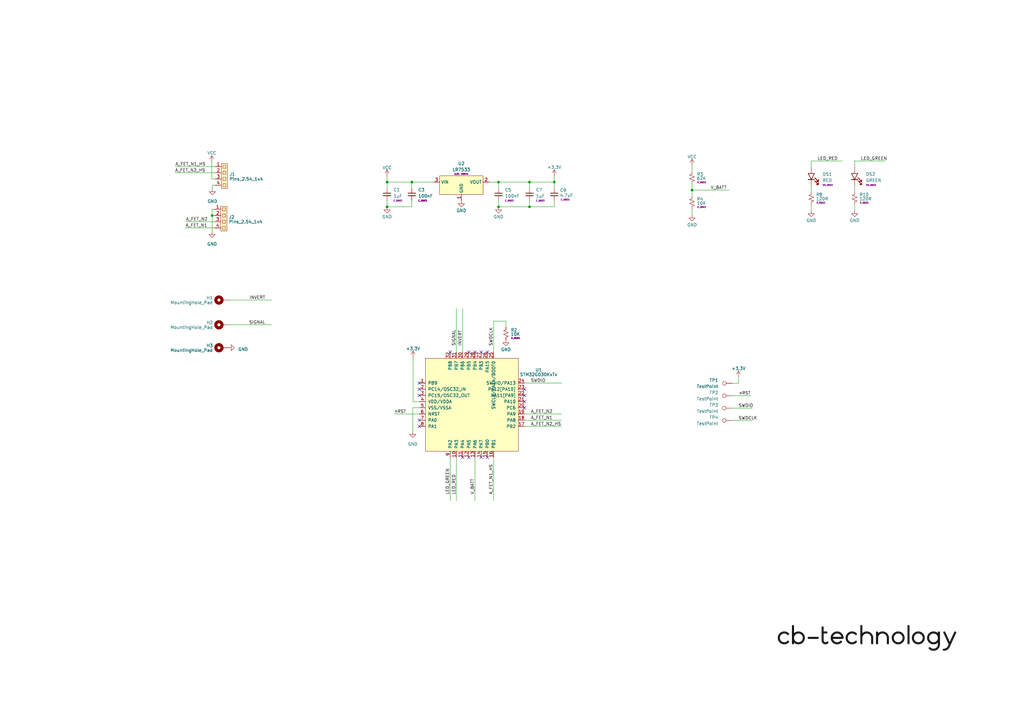
<source format=kicad_sch>
(kicad_sch (version 20230121) (generator eeschema)
  (paper "A3")
  (title_block (title "THE BRAINS - 20A LOGIC") (date "2023-05-22") (rev "v1.0") (company "CB-TECHNOLOGY"))
  (lib_symbols
    (symbol ".C_Capacitor:C_0603" (pin_numbers hide) (pin_names (offset 1.016))
      (property "Reference" "C" (at 3.175 1.905 0))
      (property "Value" "C_0603" (at 5.715 0 0))
      (property "Size" "C_0603" (at 4.445 -1.905 0))
      (symbol "C_0603_1_1"
        (polyline (pts (xy -1.524 -0.508) (xy 1.524 -0.508)) (stroke (width 0.3302)))
        (polyline (pts (xy -1.524 0.508) (xy 1.524 0.508)) (stroke (width 0.3048)))
        (pin passive line (at 0 2.54 270) (length 2.032) (name "~") (number "1"))
        (pin passive line (at 0 -2.54 90) (length 2.032) (name "~") (number "2"))
      )
    )
    (symbol ".DS_LED:DS_0603" (pin_numbers hide) (pin_names (offset 1.016) hide)
      (property "Reference" "DS" (at 0 2.54 0))
      (property "Value" "DS_0603" (at 0 -5.08 0))
      (property "Size" "DS_0603" (at 0 -3.81 0))
      (symbol "DS_0603_1_1"
        (polyline (pts (xy -1.27 -1.27) (xy -1.27 1.27)) (stroke (width 0.254)))
        (polyline (pts (xy -1.27 -1.27) (xy -1.27 1.27)) (stroke (width 0.254)))
        (polyline (pts (xy 1.27 -1.27) (xy 1.27 1.27) (xy -1.27 0) (xy 1.27 -1.27)) (stroke (width 0.254)))
        (polyline (pts (xy -1.778 -1.397) (xy -3.302 -2.921) (xy -2.54 -2.921) (xy -3.302 -2.921) (xy -3.302 -2.159)))
        (polyline (pts (xy -1.778 -1.397) (xy -3.302 -2.921) (xy -2.54 -2.921) (xy -3.302 -2.921) (xy -3.302 -2.159)))
        (polyline (pts (xy -1.778 -1.397) (xy -3.302 -2.921) (xy -2.54 -2.921) (xy -3.302 -2.921) (xy -3.302 -2.159)))
        (polyline (pts (xy -1.778 -1.397) (xy -3.302 -2.921) (xy -2.54 -2.921) (xy -3.302 -2.921) (xy -3.302 -2.159)))
        (polyline (pts (xy -1.778 -1.397) (xy -3.302 -2.921) (xy -2.54 -2.921) (xy -3.302 -2.921) (xy -3.302 -2.159)))
        (polyline (pts (xy -1.778 -1.397) (xy -3.302 -2.921) (xy -2.54 -2.921) (xy -3.302 -2.921) (xy -3.302 -2.159)))
        (polyline (pts (xy -1.778 -1.397) (xy -3.302 -2.921) (xy -2.54 -2.921) (xy -3.302 -2.921) (xy -3.302 -2.159)))
        (polyline (pts (xy -1.778 -1.397) (xy -3.302 -2.921) (xy -2.54 -2.921) (xy -3.302 -2.921) (xy -3.302 -2.159)))
        (polyline (pts (xy -0.508 -1.397) (xy -2.032 -2.921) (xy -1.27 -2.921) (xy -2.032 -2.921) (xy -2.032 -2.159)))
        (polyline (pts (xy -0.508 -1.397) (xy -2.032 -2.921) (xy -1.27 -2.921) (xy -2.032 -2.921) (xy -2.032 -2.159)))
        (polyline (pts (xy -0.508 -1.397) (xy -2.032 -2.921) (xy -1.27 -2.921) (xy -2.032 -2.921) (xy -2.032 -2.159)))
        (polyline (pts (xy -0.508 -1.397) (xy -2.032 -2.921) (xy -1.27 -2.921) (xy -2.032 -2.921) (xy -2.032 -2.159)))
        (polyline (pts (xy -0.508 -1.397) (xy -2.032 -2.921) (xy -1.27 -2.921) (xy -2.032 -2.921) (xy -2.032 -2.159)))
        (polyline (pts (xy -0.508 -1.397) (xy -2.032 -2.921) (xy -1.27 -2.921) (xy -2.032 -2.921) (xy -2.032 -2.159)))
        (polyline (pts (xy -0.508 -1.397) (xy -2.032 -2.921) (xy -1.27 -2.921) (xy -2.032 -2.921) (xy -2.032 -2.159)))
        (polyline (pts (xy -0.508 -1.397) (xy -2.032 -2.921) (xy -1.27 -2.921) (xy -2.032 -2.921) (xy -2.032 -2.159)))
        (pin passive line (at -3.81 0 0) (length 2.54) (name "K") (number "1"))
        (pin passive line (at 3.81 0 180) (length 2.54) (name "A") (number "2"))
      )
    )
    (symbol ".J_Connector:Pins_2.54_1x4" (pin_names hide)
      (property "Reference" "J" (at -1.27 11.43 0))
      (property "Value" "Pins_2.54_1x4" (at 0 -1.27 0))
      (symbol "Pins_2.54_1x4_0_1"
        (rectangle (start -1.27 10.16) (end 1.27 0) (stroke (width 0.1524)) (fill (type background)))
        (rectangle (start -0.635 1.905) (end 0.635 0.635) (stroke (width 0.1524)))
        (rectangle (start -0.635 4.445) (end 0.635 3.175) (stroke (width 0.1524)))
        (rectangle (start -0.635 6.985) (end 0.635 5.715) (stroke (width 0.1524)))
        (rectangle (start -0.635 9.525) (end 0.635 8.255) (stroke (width 0.1524)))
      )
      (symbol "Pins_2.54_1x4_1_1"
        (pin passive line (at -3.81 8.89 0) (length 2.54) (name "1") (number "1"))
        (pin passive line (at -3.81 6.35 0) (length 2.54) (name "2") (number "2"))
        (pin passive line (at -3.81 3.81 0) (length 2.54) (name "3") (number "3"))
        (pin passive line (at -3.81 1.27 0) (length 2.54) (name "4") (number "4"))
      )
    )
    (symbol ".R_Resistor:R_0603" (pin_numbers hide) (pin_names (offset 1.016))
      (property "Reference" "R" (at 2.54 1.905 0))
      (property "Value" "R_0603" (at 5.08 0 0))
      (property "Size" "R_0603" (at 3.81 -1.905 0))
      (symbol "R_0603_1_1"
        (polyline (pts (xy 0 0) (xy 1.016 -0.381) (xy 0 -0.762) (xy -1.016 -1.143) (xy 0 -1.524)))
        (polyline (pts (xy 0 1.524) (xy 1.016 1.143) (xy 0 0.762) (xy -1.016 0.381) (xy 0 0)))
        (pin passive line (at 0 2.54 270) (length 1.016) (name "~") (number "1"))
        (pin passive line (at 0 -2.54 90) (length 1.016) (name "~") (number "2"))
      )
    )
    (symbol ".U_MCU:STM32G030KxTx" (pin_names (offset 1.016))
      (property "Reference" "U" (at 1.27 39.37 0))
      (property "Value" "STM32G030KxTx" (at 18.395 19.05 0))
      (symbol "STM32G030KxTx_0_1"
        (rectangle (start 0 38.1) (end 38.1 0) (fill (type background)))
      )
      (symbol "STM32G030KxTx_1_1"
        (pin bidirectional line (at -2.54 27.94 0) (length 2.54) (name "PB9") (number "1"))
        (pin bidirectional line (at 12.7 -2.54 90) (length 2.54) (name "PA3") (number "10"))
        (pin bidirectional line (at 15.24 -2.54 90) (length 2.54) (name "PA4") (number "11"))
        (pin bidirectional line (at 17.78 -2.54 90) (length 2.54) (name "PA5") (number "12"))
        (pin bidirectional line (at 20.32 -2.54 90) (length 2.54) (name "PA6") (number "13"))
        (pin bidirectional line (at 22.86 -2.54 90) (length 2.54) (name "PA7") (number "14"))
        (pin bidirectional line (at 25.4 -2.54 90) (length 2.54) (name "PB0") (number "15"))
        (pin bidirectional line (at 27.94 -2.54 90) (length 2.54) (name "PB1") (number "16"))
        (pin bidirectional line (at 40.64 10.16 180) (length 2.54) (name "PB2") (number "17"))
        (pin bidirectional line (at 40.64 12.7 180) (length 2.54) (name "PA8") (number "18"))
        (pin bidirectional line (at 40.64 15.24 180) (length 2.54) (name "PA9") (number "19"))
        (pin bidirectional line (at -2.54 25.4 0) (length 2.54) (name "PC14/OSC32_IN") (number "2"))
        (pin bidirectional line (at 40.64 17.78 180) (length 2.54) (name "PC6") (number "20"))
        (pin bidirectional line (at 40.64 20.32 180) (length 2.54) (name "PA10") (number "21"))
        (pin bidirectional line (at 40.64 22.86 180) (length 2.54) (name "PA11[PA9]") (number "22"))
        (pin bidirectional line (at 40.64 25.4 180) (length 2.54) (name "PA12[PA10]") (number "23"))
        (pin bidirectional line (at 40.64 27.94 180) (length 2.54) (name "SWDIO/PA13") (number "24"))
        (pin bidirectional line (at 27.94 40.64 270) (length 2.54) (name "SWCLK/PA14/BOOT0") (number "25"))
        (pin bidirectional line (at 25.4 40.64 270) (length 2.54) (name "PA15") (number "26"))
        (pin bidirectional line (at 22.86 40.64 270) (length 2.54) (name "PB3") (number "27"))
        (pin bidirectional line (at 20.32 40.64 270) (length 2.54) (name "PB4") (number "28"))
        (pin bidirectional line (at 17.78 40.64 270) (length 2.54) (name "PB5") (number "29"))
        (pin bidirectional line (at -2.54 22.86 0) (length 2.54) (name "PC15/OSC32_OUT") (number "3"))
        (pin bidirectional line (at 15.24 40.64 270) (length 2.54) (name "PB6") (number "30"))
        (pin bidirectional line (at 12.7 40.64 270) (length 2.54) (name "PB7") (number "31"))
        (pin bidirectional line (at 10.16 40.64 270) (length 2.54) (name "PB8") (number "32"))
        (pin power_in line (at -2.54 20.32 0) (length 2.54) (name "VDD/VDDA") (number "4"))
        (pin power_in line (at -2.54 17.78 0) (length 2.54) (name "VSS/VSSA") (number "5"))
        (pin bidirectional line (at -2.54 15.24 0) (length 2.54) (name "NRST") (number "6"))
        (pin bidirectional line (at -2.54 12.7 0) (length 2.54) (name "PA0") (number "7"))
        (pin bidirectional line (at -2.54 10.16 0) (length 2.54) (name "PA1") (number "8"))
        (pin bidirectional line (at 10.16 -2.54 90) (length 2.54) (name "PA2") (number "9"))
      )
    )
    (symbol ".U_Power:LR7533"
      (property "Reference" "U" (at -7.62 8.89 0))
      (property "Value" "LR7533" (at 11.43 -1.27 0))
      (property "Params" "3.3V, 100mA" (at 6.35 -2.54 0))
      (symbol "LR7533_0_1"
        (rectangle (start -8.89 0) (end 8.89 7.62) (stroke (width 0.1524)) (fill (type background)))
      )
      (symbol "LR7533_1_1"
        (pin power_in line (at 0 -2.54 90) (length 2.54) (name "GND") (number "1"))
        (pin power_out line (at 11.43 5.08 180) (length 2.54) (name "VOUT") (number "2"))
        (pin power_in line (at -11.43 5.08 0) (length 2.54) (name "VIN") (number "3"))
      )
    )
    (symbol "Connector:TestPoint" (pin_numbers hide) (pin_names (offset 0.762) hide)
      (property "Reference" "TP" (at 0 6.858 0))
      (property "Value" "TestPoint" (at 0 5.08 0))
      (symbol "TestPoint_0_1"
        (circle (center 0 3.302) (radius 0.762))
      )
      (symbol "TestPoint_1_1"
        (pin passive line (at 0 0 90) (length 2.54) (name "1") (number "1"))
      )
    )
    (symbol "GND_1" (power) (pin_names (offset 0))
      (property "Value" "GND_1" (at 0 -3.81 0))
      (symbol "GND_1_0_1"
        (polyline (pts (xy 0 0) (xy 0 -1.27) (xy 1.27 -1.27) (xy 0 -2.54) (xy -1.27 -1.27) (xy 0 -1.27)))
      )
      (symbol "GND_1_1_1"
        (pin power_in line (at 0 0 270) (length 0) hide (name "GND") (number "1"))
      )
    )
    (symbol "Mechanical:MountingHole_Pad" (pin_numbers hide) (pin_names (offset 1.016) hide)
      (property "Reference" "H" (at 0 6.35 0))
      (property "Value" "MountingHole_Pad" (at 0 4.445 0))
      (symbol "MountingHole_Pad_0_1"
        (circle (center 0 1.27) (radius 1.27) (stroke (width 1.27)))
      )
      (symbol "MountingHole_Pad_1_1"
        (pin input line (at 0 -2.54 90) (length 2.54) (name "1") (number "1"))
      )
    )
    (symbol "power:+3.3V" (power) (pin_names (offset 0))
      (property "Value" "+3.3V" (at 0 3.556 0))
      (symbol "+3.3V_0_1"
        (polyline (pts (xy -0.762 1.27) (xy 0 2.54)))
        (polyline (pts (xy 0 0) (xy 0 2.54)))
        (polyline (pts (xy 0 2.54) (xy 0.762 1.27)))
      )
      (symbol "+3.3V_1_1"
        (pin power_in line (at 0 0 90) (length 0) hide (name "+3.3V") (number "1"))
      )
    )
    (symbol "power:GND" (power) (pin_names (offset 0))
      (property "Value" "GND" (at 0 -3.81 0))
      (symbol "GND_0_1"
        (polyline (pts (xy 0 0) (xy 0 -1.27) (xy 1.27 -1.27) (xy 0 -2.54) (xy -1.27 -1.27) (xy 0 -1.27)))
      )
      (symbol "GND_1_1"
        (pin power_in line (at 0 0 270) (length 0) hide (name "GND") (number "1"))
      )
    )
    (symbol "power:VCC" (power) (pin_names (offset 0))
      (property "Value" "VCC" (at 0 3.81 0))
      (symbol "VCC_0_1"
        (polyline (pts (xy -0.762 1.27) (xy 0 2.54)))
        (polyline (pts (xy 0 0) (xy 0 2.54)))
        (polyline (pts (xy 0 2.54) (xy 0.762 1.27)))
      )
      (symbol "VCC_1_1"
        (pin power_in line (at 0 0 90) (length 0) hide (name "VCC") (number "1"))
      )
    )
  )
  (junction (at 217.17 84.836))
  (junction (at 158.75 84.836))
  (junction (at 227.33 74.676))
  (junction (at 204.47 84.836))
  (junction (at 158.75 74.676))
  (junction (at 283.845 77.978))
  (junction (at 204.47 74.676))
  (junction (at 86.995 88.392))
  (junction (at 168.91 74.676))
  (junction (at 217.17 74.676))
  (no_connect (at 184.658 144.399))
  (no_connect (at 199.898 187.579))
  (no_connect (at 192.278 144.399))
  (no_connect (at 197.358 144.399))
  (no_connect (at 197.358 187.579))
  (no_connect (at 171.958 174.879))
  (no_connect (at 171.958 172.339))
  (no_connect (at 199.898 144.399))
  (no_connect (at 171.958 162.179))
  (no_connect (at 189.738 187.579))
  (no_connect (at 215.138 164.719))
  (no_connect (at 194.818 144.399))
  (no_connect (at 192.278 187.579))
  (no_connect (at 215.138 159.639))
  (no_connect (at 171.958 157.099))
  (no_connect (at 171.958 159.639))
  (no_connect (at 215.138 167.259))
  (no_connect (at 215.138 162.179))
  (wire (pts (xy 169.418 146.558) (xy 169.418 164.719)))
  (wire (pts (xy 217.17 82.296) (xy 217.17 84.836)))
  (wire (pts (xy 202.438 187.579) (xy 202.438 205.359)))
  (wire (pts (xy 302.895 172.4914) (xy 308.5846 172.4914)))
  (wire (pts (xy 71.755 70.866) (xy 88.265 70.866)))
  (wire (pts (xy 169.418 164.719) (xy 171.958 164.719)))
  (wire (pts (xy 88.011 88.392) (xy 86.995 88.392)))
  (wire (pts (xy 332.74 66.04) (xy 345.44 66.04)))
  (wire (pts (xy 202.438 131.699) (xy 202.438 144.399)))
  (wire (pts (xy 283.845 77.978) (xy 299.085 77.978)))
  (wire (pts (xy 350.52 66.04) (xy 363.22 66.04)))
  (wire (pts (xy 86.995 85.852) (xy 86.995 88.392)))
  (wire (pts (xy 207.518 131.699) (xy 202.438 131.699)))
  (wire (pts (xy 184.658 187.579) (xy 184.658 205.359)))
  (wire (pts (xy 168.91 74.676) (xy 158.75 74.676)))
  (wire (pts (xy 283.845 77.978) (xy 283.845 80.518)))
  (wire (pts (xy 302.895 157.226) (xy 302.895 154.686)))
  (wire (pts (xy 86.868 66.421) (xy 86.868 73.406)))
  (wire (pts (xy 300.355 172.466) (xy 302.895 172.466)))
  (wire (pts (xy 217.17 84.836) (xy 204.47 84.836)))
  (wire (pts (xy 227.33 77.216) (xy 227.33 74.676)))
  (wire (pts (xy 332.74 86.36) (xy 332.74 83.82)))
  (wire (pts (xy 227.33 74.676) (xy 217.17 74.676)))
  (wire (pts (xy 332.74 66.04) (xy 332.74 68.58)))
  (wire (pts (xy 204.47 74.676) (xy 204.47 77.216)))
  (wire (pts (xy 168.91 74.676) (xy 168.91 77.216)))
  (wire (pts (xy 300.355 167.386) (xy 308.5338 167.386)))
  (wire (pts (xy 215.138 169.799) (xy 230.378 169.799)))
  (wire (pts (xy 189.738 126.619) (xy 189.738 144.399)))
  (wire (pts (xy 168.91 82.296) (xy 168.91 84.836)))
  (wire (pts (xy 227.33 72.136) (xy 227.33 74.676)))
  (wire (pts (xy 207.518 134.239) (xy 207.518 131.699)))
  (wire (pts (xy 332.74 78.74) (xy 332.74 76.2)))
  (wire (pts (xy 302.895 172.466) (xy 302.895 172.4914)))
  (wire (pts (xy 158.75 82.296) (xy 158.75 84.836)))
  (wire (pts (xy 158.75 74.676) (xy 158.75 72.263)))
  (wire (pts (xy 86.868 73.406) (xy 88.265 73.406)))
  (wire (pts (xy 215.138 174.879) (xy 230.378 174.879)))
  (wire (pts (xy 87.122 75.946) (xy 88.265 75.946)))
  (wire (pts (xy 283.845 67.818) (xy 283.845 70.358)))
  (wire (pts (xy 187.198 187.579) (xy 187.198 205.359)))
  (wire (pts (xy 93.599 123.063) (xy 111.379 123.063)))
  (wire (pts (xy 76.073 93.472) (xy 88.011 93.472)))
  (wire (pts (xy 204.47 82.296) (xy 204.47 84.836)))
  (wire (pts (xy 217.17 77.216) (xy 217.17 74.676)))
  (wire (pts (xy 215.138 172.339) (xy 230.378 172.339)))
  (wire (pts (xy 93.599 133.223) (xy 111.379 133.223)))
  (wire (pts (xy 194.818 187.579) (xy 194.818 205.359)))
  (wire (pts (xy 283.845 85.598) (xy 283.845 88.138)))
  (wire (pts (xy 76.2 90.932) (xy 88.011 90.932)))
  (wire (pts (xy 350.52 66.04) (xy 350.52 68.58)))
  (wire (pts (xy 177.8 74.676) (xy 168.91 74.676)))
  (wire (pts (xy 215.138 157.099) (xy 230.378 157.099)))
  (wire (pts (xy 300.355 162.306) (xy 307.9242 162.306)))
  (wire (pts (xy 283.845 75.438) (xy 283.845 77.978)))
  (wire (pts (xy 350.52 78.74) (xy 350.52 76.2)))
  (wire (pts (xy 71.882 68.326) (xy 88.265 68.326)))
  (wire (pts (xy 300.355 157.226) (xy 302.895 157.226)))
  (wire (pts (xy 86.995 88.392) (xy 86.995 94.869)))
  (wire (pts (xy 227.33 82.296) (xy 227.33 84.836)))
  (wire (pts (xy 158.75 84.836) (xy 168.91 84.836)))
  (wire (pts (xy 217.17 74.676) (xy 204.47 74.676)))
  (wire (pts (xy 227.33 84.836) (xy 217.17 84.836)))
  (wire (pts (xy 158.75 74.676) (xy 158.75 77.216)))
  (wire (pts (xy 169.291 167.259) (xy 169.291 176.911)))
  (wire (pts (xy 171.958 167.259) (xy 169.291 167.259)))
  (wire (pts (xy 200.66 74.676) (xy 204.47 74.676)))
  (wire (pts (xy 187.198 126.619) (xy 187.198 144.399)))
  (wire (pts (xy 161.798 169.799) (xy 171.958 169.799)))
  (wire (pts (xy 87.122 75.946) (xy 87.122 77.343)))
  (wire (pts (xy 350.52 86.36) (xy 350.52 83.82)))
  (wire (pts (xy 88.011 85.852) (xy 86.995 85.852)))
  (image (at 355.6 261.62) (scale 0.288117))
  (label "SWDCLK" (at 302.895 172.4914 0))
  (label "A_FET_N1" (at 76.073 93.472 0))
  (label "A_FET_N1_HS" (at 202.438 202.819 90))
  (label "nRST" (at 161.798 169.799 0))
  (label "LED_GREEN" (at 184.658 202.819 90))
  (label "LED_RED" (at 187.198 202.819 90))
  (label "A_FET_N1_HS" (at 71.882 68.326 0))
  (label "A_FET_N1" (at 217.678 172.339 0))
  (label "A_FET_N2" (at 76.2 90.932 0))
  (label "INVERT" (at 108.839 123.063 180))
  (label "A_FET_N2_HS" (at 71.755 70.866 0))
  (label "LED_RED" (at 335.28 66.04 0))
  (label "SIGNAL" (at 108.839 133.223 180))
  (label "SIGNAL" (at 187.198 141.859 90))
  (label "V_BATT" (at 291.465 77.978 0))
  (label "A_FET_N2" (at 217.678 169.799 0))
  (label "SWDIO" (at 302.895 167.386 0))
  (label "INVERT" (at 189.738 141.859 90))
  (label "A_FET_N2_HS" (at 217.678 174.879 0))
  (label "LED_GREEN" (at 353.06 66.04 0))
  (label "nRST" (at 307.9242 162.306 180))
  (label "SWDIO" (at 217.678 157.099 0))
  (label "V_BATT" (at 194.818 202.819 90))
  (label "SWDCLK" (at 202.438 141.859 90))
  (symbol (lib_id "Mechanical:MountingHole_Pad") (at 91.059 123.063 90) (unit 1)
    (property "Reference" "H1" (at 86.0044 122.1699 90))
    (property "Value" "MountingHole_Pad" (at 78.5622 124.1068 90))
    (property "Footprint" "MountingHole:MountingHole_2.2mm_M2_Pad_TopBottom" (effects hide))
  )
  (symbol (lib_id ".U_MCU:STM32G030KxTx") (at 174.498 185.039 0) (unit 1)
    (property "Reference" "U1" (at 220.9244 151.7013 0))
    (property "Value" "STM32G030KxTx" (at 220.9244 153.6223 0))
    (property "Footprint" ".U_IC:LQFP32_08_7x7" (effects hide))
  )
  (symbol (lib_id ".R_Resistor:R_0603") (at 283.845 83.058 0) (mirror y) (unit 1)
    (property "Reference" "R4" (at 285.7754 81.6101 0) (effects (justify right)))
    (property "Value" "10K" (at 285.75 83.3373 0) (effects (justify right)))
    (property "Footprint" ".R_Resistor:R_0603" (effects hide))
    (property "Size" "R_0603" (at 285.9278 84.9376 0) (effects (font (size 0.635 0.635)) (justify right)))
  )
  (symbol (lib_id ".R_Resistor:R_0603") (at 332.74 81.28 0) (mirror y) (unit 1)
    (property "Reference" "R8" (at 334.6704 79.8321 0) (effects (justify right)))
    (property "Value" "120R" (at 334.645 81.5593 0) (effects (justify right)))
    (property "Footprint" ".R_Resistor:R_0603" (effects hide))
    (property "Size" "R_0603" (at 334.8228 83.1596 0) (effects (font (size 0.635 0.635)) (justify right)))
  )
  (symbol (lib_id ".J_Connector:Pins_2.54_1x4") (at 91.821 94.742 0) (unit 1)
    (property "Reference" "J2" (at 93.8022 89.0183 0) (effects (justify left)))
    (property "Value" "Pins_2.54_1x4" (at 93.8022 90.9393 0) (effects (justify left)))
    (property "Footprint" ".J_Connector:Pins-2.54-1x4" (effects hide))
  )
  (symbol (lib_id "Mechanical:MountingHole_Pad") (at 91.059 142.621 90) (unit 1)
    (property "Reference" "H3" (at 86.0044 141.7279 90))
    (property "Value" "MountingHole_Pad" (at 78.5622 143.6648 90))
    (property "Footprint" "MountingHole:MountingHole_2.2mm_M2_Pad_TopBottom" (effects hide))
  )
  (symbol (lib_id ".DS_LED:DS_0603") (at 332.74 72.39 90) (unit 1)
    (property "Reference" "DS1" (at 337.3374 71.4374 90) (effects (justify right)))
    (property "Value" "RED" (at 337.3374 73.9774 90) (effects (justify right)))
    (property "Footprint" ".DS_LED:DS_0603" (effects hide))
    (property "Size" "DS_0603" (at 337.3374 75.8825 90) (effects (font (size 0.635 0.635)) (justify right)))
  )
  (symbol (lib_id "power:GND") (at 189.23 82.296 0) (unit 1)
    (property "Reference" "#PWR010" (effects hide))
    (property "Value" "GND" (at 189.23 86.36 0))
  )
  (symbol (lib_id "power:VCC") (at 158.75 72.263 0) (unit 1)
    (property "Reference" "#PWR02" (effects hide))
    (property "Value" "VCC" (at 158.75 68.7611 0))
  )
  (symbol (lib_id "power:+3.3V") (at 302.895 154.686 0) (unit 1)
    (property "Reference" "#PWR01" (effects hide))
    (property "Value" "+3.3V" (at 302.895 151.13 0))
  )
  (symbol (lib_id ".R_Resistor:R_0603") (at 283.845 72.898 0) (mirror y) (unit 1)
    (property "Reference" "R3" (at 285.7754 71.4501 0) (effects (justify right)))
    (property "Value" "62K" (at 285.75 73.1773 0) (effects (justify right)))
    (property "Footprint" ".R_Resistor:R_0603" (effects hide))
    (property "Size" "R_0603" (at 285.9278 74.7776 0) (effects (font (size 0.635 0.635)) (justify right)))
  )
  (symbol (lib_name "GND_1") (lib_id "power:GND") (at 87.122 77.343 0) (unit 1)
    (property "Reference" "#PWR05" (effects hide))
    (property "Value" "GND" (at 87.122 82.55 0))
  )
  (symbol (lib_name "GND_1") (lib_id "power:GND") (at 93.599 142.621 90) (unit 1)
    (property "Reference" "#PWR07" (effects hide))
    (property "Value" "GND" (at 97.663 143.256 90) (effects (justify right)))
  )
  (symbol (lib_id ".C_Capacitor:C_0603") (at 217.17 79.756 0) (unit 1)
    (property "Reference" "C7" (at 219.7608 77.8572 0) (effects (justify left)))
    (property "Value" "1uF" (at 219.7608 80.3972 0) (effects (justify left)))
    (property "Footprint" ".C_Capacitor:C_0603" (effects hide))
    (property "Size" "C_0603" (at 219.7608 82.3023 0) (effects (font (size 0.635 0.635)) (justify left)))
  )
  (symbol (lib_id "power:GND") (at 207.518 139.319 0) (unit 1)
    (property "Reference" "#PWR012" (effects hide))
    (property "Value" "GND" (at 207.518 143.383 0))
  )
  (symbol (lib_id "power:GND") (at 283.845 88.138 0) (unit 1)
    (property "Reference" "#PWR016" (effects hide))
    (property "Value" "GND" (at 283.845 92.202 0))
  )
  (symbol (lib_id ".R_Resistor:R_0603") (at 350.52 81.28 0) (mirror y) (unit 1)
    (property "Reference" "R10" (at 352.4504 79.8321 0) (effects (justify right)))
    (property "Value" "120R" (at 352.425 81.5593 0) (effects (justify right)))
    (property "Footprint" ".R_Resistor:R_0603" (effects hide))
    (property "Size" "R_0603" (at 352.6028 83.1596 0) (effects (font (size 0.635 0.635)) (justify right)))
  )
  (symbol (lib_id ".R_Resistor:R_0603") (at 207.518 136.779 0) (mirror y) (unit 1)
    (property "Reference" "R2" (at 209.4484 135.3311 0) (effects (justify right)))
    (property "Value" "10K" (at 209.423 137.0583 0) (effects (justify right)))
    (property "Footprint" ".R_Resistor:R_0603" (effects hide))
    (property "Size" "R_0603" (at 209.6008 138.6586 0) (effects (font (size 0.635 0.635)) (justify right)))
  )
  (symbol (lib_name "GND_1") (lib_id "power:GND") (at 169.291 176.911 0) (unit 1)
    (property "Reference" "#PWR06" (effects hide))
    (property "Value" "GND" (at 169.291 182.118 0))
  )
  (symbol (lib_id "power:+3.3V") (at 227.33 72.136 0) (unit 1)
    (property "Reference" "#PWR013" (effects hide))
    (property "Value" "+3.3V" (at 227.33 68.58 0))
  )
  (symbol (lib_id ".U_Power:LR7533") (at 189.23 79.756 0) (unit 1)
    (property "Reference" "U2" (at 189.23 67.056 0))
    (property "Value" "LR7533" (at 189.23 69.596 0))
    (property "Footprint" ".U_IC:SOT23_3" (effects hide))
    (property "Datasheet" "https://datasheet.lcsc.com/lcsc/2005081104_LR-LR7533-T_C486069.pdf" (effects hide))
    (property "Params" "3.3V, 100mA" (at 189.1963 71.3275 0) (effects (font (size 0.6 0.6))))
  )
  (symbol (lib_id "Connector:TestPoint") (at 300.355 172.466 90) (mirror x) (unit 1)
    (property "Reference" "TP4" (at 294.6146 171.1959 90) (effects (justify left)))
    (property "Value" "TestPoint" (at 294.6146 173.7359 90) (effects (justify left)))
    (property "Footprint" "TestPoint:TestPoint_Pad_D1.5mm" (effects hide))
  )
  (symbol (lib_id "Connector:TestPoint") (at 300.355 162.306 90) (mirror x) (unit 1)
    (property "Reference" "TP2" (at 294.6146 161.0359 90) (effects (justify left)))
    (property "Value" "TestPoint" (at 294.6146 163.5759 90) (effects (justify left)))
    (property "Footprint" "TestPoint:TestPoint_Pad_D1.5mm" (effects hide))
  )
  (symbol (lib_id "Mechanical:MountingHole_Pad") (at 91.059 133.223 90) (unit 1)
    (property "Reference" "H2" (at 86.0044 132.3299 90))
    (property "Value" "MountingHole_Pad" (at 78.5622 134.2668 90))
    (property "Footprint" "MountingHole:MountingHole_2.2mm_M2_Pad_TopBottom" (effects hide))
  )
  (symbol (lib_id "power:VCC") (at 86.868 66.421 0) (unit 1)
    (property "Reference" "#PWR04" (effects hide))
    (property "Value" "VCC" (at 86.868 62.738 0))
  )
  (symbol (lib_id ".DS_LED:DS_0603") (at 350.52 72.39 90) (unit 1)
    (property "Reference" "DS2" (at 355.1174 71.4374 90) (effects (justify right)))
    (property "Value" "GREEN" (at 355.1174 73.9774 90) (effects (justify right)))
    (property "Footprint" ".DS_LED:DS_0603" (effects hide))
    (property "Size" "DS_0603" (at 355.1174 75.8825 90) (effects (font (size 0.635 0.635)) (justify right)))
  )
  (symbol (lib_id "power:GND") (at 158.75 84.836 0) (unit 1)
    (property "Reference" "#PWR011" (effects hide))
    (property "Value" "GND" (at 158.75 88.9 0))
  )
  (symbol (lib_id "power:GND") (at 332.74 86.36 0) (unit 1)
    (property "Reference" "#PWR020" (effects hide))
    (property "Value" "GND" (at 332.74 90.424 0))
  )
  (symbol (lib_name "GND_1") (lib_id "power:GND") (at 86.995 94.869 0) (unit 1)
    (property "Reference" "#PWR03" (effects hide))
    (property "Value" "GND" (at 86.995 100.076 0))
  )
  (symbol (lib_id ".C_Capacitor:C_0603") (at 168.91 79.756 0) (unit 1)
    (property "Reference" "C3" (at 171.5008 77.8572 0) (effects (justify left)))
    (property "Value" "100nF" (at 171.5008 80.3972 0) (effects (justify left)))
    (property "Footprint" ".C_Capacitor:C_0603" (effects hide))
    (property "Size" "C_0603" (at 171.5008 82.3023 0) (effects (font (size 0.635 0.635)) (justify left)))
  )
  (symbol (lib_id "Connector:TestPoint") (at 300.355 157.226 90) (mirror x) (unit 1)
    (property "Reference" "TP1" (at 294.6146 155.9559 90) (effects (justify left)))
    (property "Value" "TestPoint" (at 294.6146 158.4959 90) (effects (justify left)))
    (property "Footprint" "TestPoint:TestPoint_Pad_D1.5mm" (effects hide))
  )
  (symbol (lib_id ".C_Capacitor:C_0603") (at 204.47 79.756 0) (unit 1)
    (property "Reference" "C5" (at 207.0608 77.8572 0) (effects (justify left)))
    (property "Value" "100nF" (at 207.0608 80.3972 0) (effects (justify left)))
    (property "Footprint" ".C_Capacitor:C_0603" (effects hide))
    (property "Size" "C_0603" (at 207.0608 82.3023 0) (effects (font (size 0.635 0.635)) (justify left)))
  )
  (symbol (lib_id "Connector:TestPoint") (at 300.355 167.386 90) (mirror x) (unit 1)
    (property "Reference" "TP3" (at 294.6146 166.1159 90) (effects (justify left)))
    (property "Value" "TestPoint" (at 294.6146 168.6559 90) (effects (justify left)))
    (property "Footprint" "TestPoint:TestPoint_Pad_D1.5mm" (effects hide))
  )
  (symbol (lib_id ".C_Capacitor:C_0603") (at 158.75 79.756 0) (unit 1)
    (property "Reference" "C1" (at 161.3408 77.8572 0) (effects (justify left)))
    (property "Value" "1uF" (at 161.3408 80.3972 0) (effects (justify left)))
    (property "Footprint" ".C_Capacitor:C_0603" (effects hide))
    (property "Size" "C_0603" (at 161.3408 82.3023 0) (effects (font (size 0.635 0.635)) (justify left)))
  )
  (symbol (lib_id "power:+3.3V") (at 169.418 146.558 0) (unit 1)
    (property "Reference" "#PWR08" (effects hide))
    (property "Value" "+3.3V" (at 169.418 143.002 0))
  )
  (symbol (lib_id ".J_Connector:Pins_2.54_1x4") (at 92.075 77.216 0) (unit 1)
    (property "Reference" "J1" (at 94.0562 71.4923 0) (effects (justify left)))
    (property "Value" "Pins_2.54_1x4" (at 94.0562 73.4133 0) (effects (justify left)))
    (property "Footprint" ".J_Connector:Pins-2.54-1x4" (effects hide))
  )
  (symbol (lib_id "power:VCC") (at 283.845 67.818 0) (unit 1)
    (property "Reference" "#PWR015" (effects hide))
    (property "Value" "VCC" (at 283.845 64.3161 0))
  )
  (symbol (lib_id "power:GND") (at 204.47 84.836 0) (unit 1)
    (property "Reference" "#PWR09" (effects hide))
    (property "Value" "GND" (at 204.47 88.9 0))
  )
  (symbol (lib_id ".C_Capacitor:C_0603") (at 227.33 79.756 0) (unit 1)
    (property "Reference" "C9" (at 229.6341 78.0356 0) (effects (justify left)))
    (property "Value" "4.7uF" (at 229.5906 80.1432 0) (effects (justify left)))
    (property "Footprint" ".C_Capacitor:C_0603" (effects hide))
    (property "Size" "C_0603" (at 229.9598 81.8758 0) (effects (font (size 0.635 0.635)) (justify left)))
  )
  (symbol (lib_id "power:GND") (at 350.52 86.36 0) (unit 1)
    (property "Reference" "#PWR021" (effects hide))
    (property "Value" "GND" (at 350.52 90.424 0))
  )
)
</source>
